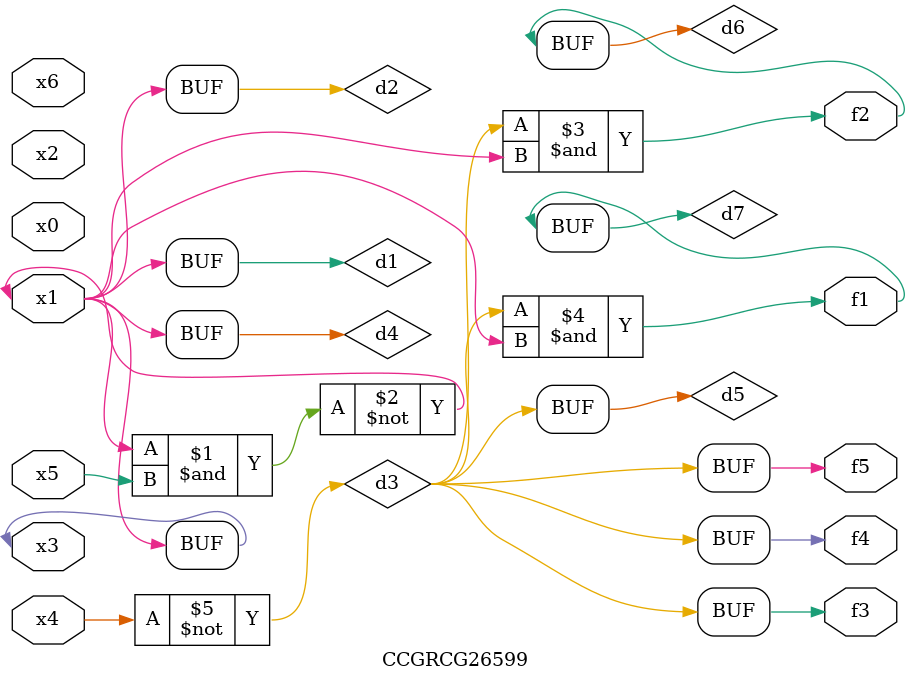
<source format=v>
module CCGRCG26599(
	input x0, x1, x2, x3, x4, x5, x6,
	output f1, f2, f3, f4, f5
);

	wire d1, d2, d3, d4, d5, d6, d7;

	buf (d1, x1, x3);
	nand (d2, x1, x5);
	not (d3, x4);
	buf (d4, d1, d2);
	buf (d5, d3);
	and (d6, d3, d4);
	and (d7, d3, d4);
	assign f1 = d7;
	assign f2 = d6;
	assign f3 = d5;
	assign f4 = d5;
	assign f5 = d5;
endmodule

</source>
